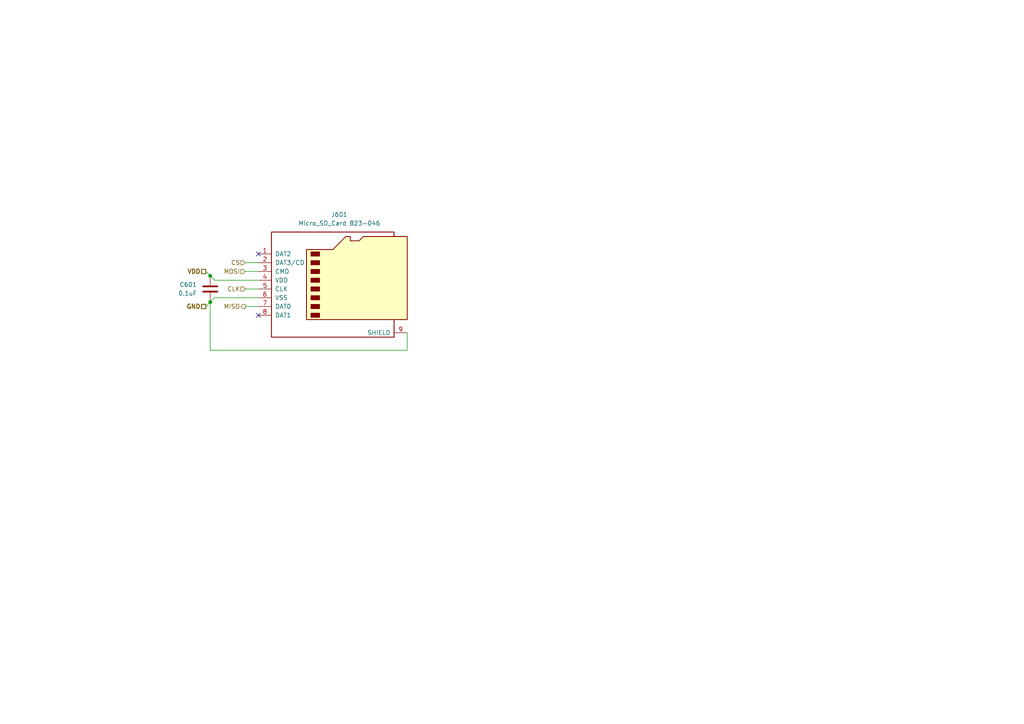
<source format=kicad_sch>
(kicad_sch (version 20211123) (generator eeschema)
  (paper "A4")
  (title_block (title "Control Unit - CanSat 2023") (date "2023-01-18") (rev "2022") (company "Project SkyFall") (comment 1 "David Haisman"))
  (lib_symbols
    (symbol "Connector:Micro_SD_Card" (pin_names (offset 1.016))
      (property "Reference" "J" (at -16.51 15.24 0))
      (property "Value" "Micro_SD_Card" (at 16.51 15.24 0))
      (symbol "Micro_SD_Card_0_1"
        (rectangle (start -7.62 -9.525) (end -5.08 -10.795) (fill (type outline)))
        (rectangle (start -7.62 -6.985) (end -5.08 -8.255) (fill (type outline)))
        (rectangle (start -7.62 -4.445) (end -5.08 -5.715) (fill (type outline)))
        (rectangle (start -7.62 -1.905) (end -5.08 -3.175) (fill (type outline)))
        (rectangle (start -7.62 0.635) (end -5.08 -0.635) (fill (type outline)))
        (rectangle (start -7.62 3.175) (end -5.08 1.905) (fill (type outline)))
        (rectangle (start -7.62 5.715) (end -5.08 4.445) (fill (type outline)))
        (rectangle (start -7.62 8.255) (end -5.08 6.985) (fill (type outline)))
        (polyline (pts (xy 16.51 12.7) (xy 16.51 13.97) (xy -19.05 13.97) (xy -19.05 -16.51) (xy 16.51 -16.51) (xy 16.51 -11.43)) (stroke (width 0.254)))
        (polyline (pts (xy -8.89 -11.43) (xy -8.89 8.89) (xy -1.27 8.89) (xy 2.54 12.7) (xy 3.81 12.7) (xy 3.81 11.43) (xy 6.35 11.43) (xy 7.62 12.7) (xy 20.32 12.7) (xy 20.32 -11.43) (xy -8.89 -11.43)) (stroke (width 0.254)) (fill (type background)))
      )
      (symbol "Micro_SD_Card_1_1"
        (pin bidirectional line (at -22.86 7.62 0) (length 3.81) (name "DAT2") (number "1"))
        (pin bidirectional line (at -22.86 5.08 0) (length 3.81) (name "DAT3/CD") (number "2"))
        (pin input line (at -22.86 2.54 0) (length 3.81) (name "CMD") (number "3"))
        (pin power_in line (at -22.86 0 0) (length 3.81) (name "VDD") (number "4"))
        (pin input line (at -22.86 -2.54 0) (length 3.81) (name "CLK") (number "5"))
        (pin power_in line (at -22.86 -5.08 0) (length 3.81) (name "VSS") (number "6"))
        (pin bidirectional line (at -22.86 -7.62 0) (length 3.81) (name "DAT0") (number "7"))
        (pin bidirectional line (at -22.86 -10.16 0) (length 3.81) (name "DAT1") (number "8"))
        (pin passive line (at 20.32 -15.24 180) (length 3.81) (name "SHIELD") (number "9"))
      )
    )
    (symbol "Device:C" (pin_numbers hide) (pin_names (offset 0.254))
      (property "Reference" "C" (at 0.635 2.54 0))
      (property "Value" "C" (at 0.635 -2.54 0))
      (symbol "C_0_1"
        (polyline (pts (xy -2.032 -0.762) (xy 2.032 -0.762)) (stroke (width 0.508)))
        (polyline (pts (xy -2.032 0.762) (xy 2.032 0.762)) (stroke (width 0.508)))
      )
      (symbol "C_1_1"
        (pin passive line (at 0 3.81 270) (length 2.794) (name "~") (number "1"))
        (pin passive line (at 0 -3.81 90) (length 2.794) (name "~") (number "2"))
      )
    )
  )
  (junction (at 60.96 87.63))
  (junction (at 60.96 80.01))
  (no_connect (at 74.93 73.66))
  (no_connect (at 74.93 91.44))
  (wire (pts (xy 60.96 101.6) (xy 118.11 101.6)))
  (wire (pts (xy 62.23 86.36) (xy 74.93 86.36)))
  (wire (pts (xy 60.96 87.63) (xy 60.96 101.6)))
  (wire (pts (xy 62.23 81.28) (xy 60.96 80.01)))
  (wire (pts (xy 118.11 101.6) (xy 118.11 96.52)))
  (wire (pts (xy 71.12 83.82) (xy 74.93 83.82)))
  (wire (pts (xy 71.12 78.74) (xy 74.93 78.74)))
  (wire (pts (xy 62.23 81.28) (xy 74.93 81.28)))
  (wire (pts (xy 62.23 86.36) (xy 60.96 87.63)))
  (wire (pts (xy 59.69 78.74) (xy 60.96 80.01)))
  (wire (pts (xy 71.12 88.9) (xy 74.93 88.9)))
  (wire (pts (xy 71.12 76.2) (xy 74.93 76.2)))
  (wire (pts (xy 60.96 87.63) (xy 59.69 88.9)))
  (hierarchical_label "CS" (shape input) (at 71.12 76.2 180))
  (hierarchical_label "VDD" (shape passive) (at 59.69 78.74 180) (effects (font (thickness 0.254) bold)))
  (hierarchical_label "MOSI" (shape input) (at 71.12 78.74 180))
  (hierarchical_label "CLK" (shape input) (at 71.12 83.82 180))
  (hierarchical_label "GND" (shape passive) (at 59.69 88.9 180) (effects (font (thickness 0.254) bold)))
  (hierarchical_label "MISO" (shape output) (at 71.12 88.9 180))
  (symbol (lib_id "Connector:Micro_SD_Card") (at 97.79 81.28 0) (unit 1)
    (property "Reference" "J601" (at 98.425 62.23 0))
    (property "Value" "Micro_SD_Card 823-046" (at 98.425 64.77 0))
    (property "Footprint" "CanSat:DS1139-05" (effects hide))
    (property "Datasheet" "https://www.gme.cz/data/attachments/dsh.823-046.1.pdf" (effects hide))
    (property "Shop" "https://www.gme.cz/patice-pro-pametovou-kartu-slot-microsd-push-push" (effects hide))
  )
  (symbol (lib_id "Device:C") (at 60.96 83.82 0) (mirror x) (unit 1)
    (property "Reference" "C601" (at 57.15 82.5499 0) (effects (justify right)))
    (property "Value" "0.1uF" (at 57.15 85.0899 0) (effects (justify right)))
    (property "Footprint" "Capacitor_SMD:C_0805_2012Metric" (effects hide))
  )
)
</source>
